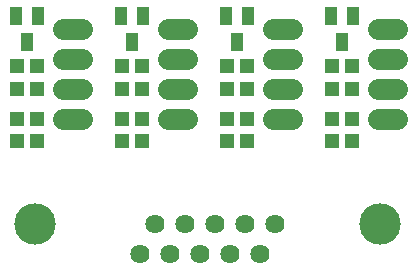
<source format=gbs>
From 3f74740bec4e1e3a9e168d84ae314b1e76705b4f Mon Sep 17 00:00:00 2001
From: Nicolas Schodet
Date: Thu, 7 Apr 2011 02:48:09 +0200
Subject: digital: batchpcb order

---
 .../pcb/orders/batchpcb_2011-04-06/spoke-indus.GBS | 108 +++++++++++++++++++++
 1 file changed, 108 insertions(+)
 create mode 100644 digital/io-hub/pcb/orders/batchpcb_2011-04-06/spoke-indus.GBS

(limited to 'digital/io-hub/pcb/orders/batchpcb_2011-04-06/spoke-indus.GBS')

diff --git a/digital/io-hub/pcb/orders/batchpcb_2011-04-06/spoke-indus.GBS b/digital/io-hub/pcb/orders/batchpcb_2011-04-06/spoke-indus.GBS
new file mode 100644
index 00000000..9a968c0a
--- /dev/null
+++ b/digital/io-hub/pcb/orders/batchpcb_2011-04-06/spoke-indus.GBS
@@ -0,0 +1,108 @@
+G75*
+G70*
+%OFA0B0*%
+%FSLAX24Y24*%
+%IPPOS*%
+%LPD*%
+%AMOC8*
+5,1,8,0,0,1.08239X$1,22.5*
+%
+%ADD10C,0.1379*%
+%ADD11C,0.0714*%
+%ADD12R,0.0474X0.0513*%
+%ADD13R,0.0434X0.0631*%
+%ADD14C,0.0640*%
+D10*
+X001901Y002274D03*
+X013401Y002274D03*
+D11*
+X013334Y005774D02*
+X013968Y005774D01*
+X013968Y006774D02*
+X013334Y006774D01*
+X013334Y007774D02*
+X013968Y007774D01*
+X013968Y008774D02*
+X013334Y008774D01*
+X010468Y008774D02*
+X009834Y008774D01*
+X009834Y007774D02*
+X010468Y007774D01*
+X010468Y006774D02*
+X009834Y006774D01*
+X009834Y005774D02*
+X010468Y005774D01*
+X006968Y005774D02*
+X006334Y005774D01*
+X006334Y006774D02*
+X006968Y006774D01*
+X006968Y007774D02*
+X006334Y007774D01*
+X006334Y008774D02*
+X006968Y008774D01*
+X003468Y008774D02*
+X002834Y008774D01*
+X002834Y007774D02*
+X003468Y007774D01*
+X003468Y006774D02*
+X002834Y006774D01*
+X002834Y005774D02*
+X003468Y005774D01*
+D12*
+X004817Y005774D03*
+X005486Y005774D03*
+X005486Y005024D03*
+X004817Y005024D03*
+X004817Y006774D03*
+X005486Y006774D03*
+X005486Y007524D03*
+X004817Y007524D03*
+X001986Y007524D03*
+X001317Y007524D03*
+X001317Y006774D03*
+X001986Y006774D03*
+X001986Y005774D03*
+X001317Y005774D03*
+X001317Y005024D03*
+X001986Y005024D03*
+X008317Y005024D03*
+X008986Y005024D03*
+X008986Y005774D03*
+X008317Y005774D03*
+X008317Y006774D03*
+X008986Y006774D03*
+X008986Y007524D03*
+X008317Y007524D03*
+X011817Y007524D03*
+X012486Y007524D03*
+X012486Y006774D03*
+X011817Y006774D03*
+X011817Y005774D03*
+X012486Y005774D03*
+X012486Y005024D03*
+X011817Y005024D03*
+D13*
+X012151Y008341D03*
+X011797Y009207D03*
+X012506Y009207D03*
+X009006Y009207D03*
+X008297Y009207D03*
+X008651Y008341D03*
+X005506Y009207D03*
+X004797Y009207D03*
+X005151Y008341D03*
+X002006Y009207D03*
+X001297Y009207D03*
+X001651Y008341D03*
+D14*
+X005901Y002274D03*
+X006901Y002274D03*
+X007901Y002274D03*
+X008901Y002274D03*
+X009901Y002274D03*
+X009401Y001274D03*
+X008401Y001274D03*
+X007401Y001274D03*
+X006401Y001274D03*
+X005401Y001274D03*
+M02*
-- 
cgit v1.2.3


</source>
